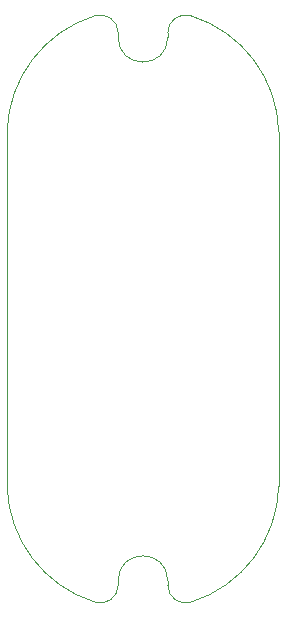
<source format=gbr>
G04 #@! TF.GenerationSoftware,KiCad,Pcbnew,(5.1.10)-1*
G04 #@! TF.CreationDate,2021-12-13T18:57:16+09:00*
G04 #@! TF.ProjectId,cat_toilet,6361745f-746f-4696-9c65-742e6b696361,rev?*
G04 #@! TF.SameCoordinates,Original*
G04 #@! TF.FileFunction,Profile,NP*
%FSLAX46Y46*%
G04 Gerber Fmt 4.6, Leading zero omitted, Abs format (unit mm)*
G04 Created by KiCad (PCBNEW (5.1.10)-1) date 2021-12-13 18:57:16*
%MOMM*%
%LPD*%
G01*
G04 APERTURE LIST*
G04 #@! TA.AperFunction,Profile*
%ADD10C,0.050000*%
G04 #@! TD*
G04 APERTURE END LIST*
D10*
X9399929Y-48395781D02*
G75*
G02*
X7409563Y-49813264I-1499929J0D01*
G01*
X9400000Y-48000000D02*
X9400000Y-48395781D01*
X9400000Y-48000000D02*
G75*
G02*
X13600000Y-48000000I2100000J0D01*
G01*
X13600000Y-48395781D02*
X13600000Y-48000000D01*
X15592618Y-49812583D02*
G75*
G02*
X13600000Y-48395781I-492618J1416802D01*
G01*
X23000000Y-40000000D02*
G75*
G02*
X15592618Y-49812583I-10558292J268152D01*
G01*
X23000000Y-10000000D02*
X23000000Y-40000000D01*
X15590438Y-186735D02*
G75*
G02*
X23000000Y-10000000I-3148730J-10081416D01*
G01*
X13600072Y-1604218D02*
G75*
G02*
X15590438Y-186736I1499928J0D01*
G01*
X13600000Y-2000000D02*
X13600000Y-1604218D01*
X13600000Y-2000000D02*
G75*
G02*
X9400000Y-2000000I-2100000J0D01*
G01*
X9400000Y-1604218D02*
X9400000Y-2000000D01*
X7407383Y-187417D02*
G75*
G02*
X9400000Y-1604218I492618J-1416801D01*
G01*
X1Y-10000000D02*
G75*
G02*
X7407383Y-187416I10558292J-268151D01*
G01*
X0Y-40000000D02*
X0Y-10000000D01*
X7409563Y-49813265D02*
G75*
G02*
X0Y-40000000I3148730J10081417D01*
G01*
M02*

</source>
